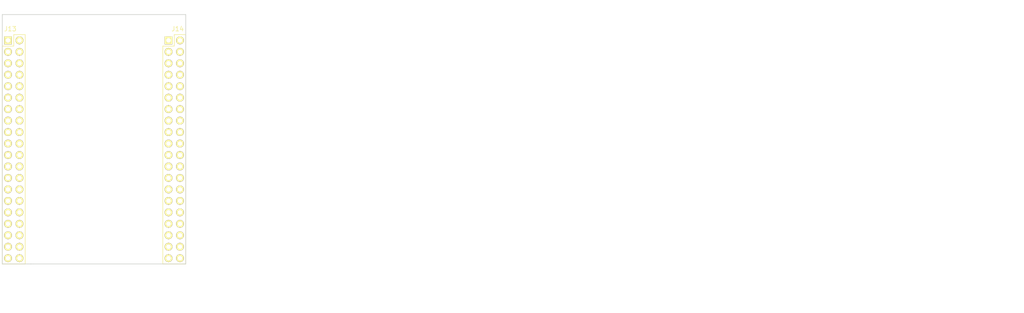
<source format=kicad_pcb>
(kicad_pcb (version 4) (host pcbnew 4.0.7-e2-6376~58~ubuntu16.04.1)

  (general
    (links 10)
    (no_connects 10)
    (area 72.123 45.009999 116.339001 101.129001)
    (thickness 1.6)
    (drawings 6)
    (tracks 0)
    (zones 0)
    (modules 2)
    (nets 4)
  )

  (page USLetter)
  (title_block
    (title "Project Title")
    (date 2017-08-14)
    (rev v1.0)
    (company "Released under the CERN Open Hardware License v1.2")
    (comment 1 "Based on template by Jenner at http://wickerbox.net")
  )

  (layers
    (0 F.Cu signal)
    (31 B.Cu signal)
    (34 B.Paste user)
    (35 F.Paste user)
    (36 B.SilkS user)
    (37 F.SilkS user)
    (38 B.Mask user)
    (39 F.Mask user)
    (40 Dwgs.User user)
    (44 Edge.Cuts user)
    (46 B.CrtYd user)
    (47 F.CrtYd user)
    (48 B.Fab user)
    (49 F.Fab user)
  )

  (setup
    (last_trace_width 0.254)
    (user_trace_width 0.1524)
    (user_trace_width 0.254)
    (user_trace_width 0.3302)
    (user_trace_width 0.508)
    (user_trace_width 0.762)
    (user_trace_width 1.27)
    (trace_clearance 0.254)
    (zone_clearance 0.508)
    (zone_45_only no)
    (trace_min 0.1524)
    (segment_width 0.1524)
    (edge_width 0.1524)
    (via_size 0.6858)
    (via_drill 0.3302)
    (via_min_size 0.6858)
    (via_min_drill 0.3302)
    (user_via 0.6858 0.3302)
    (user_via 0.762 0.4064)
    (user_via 0.8636 0.508)
    (uvia_size 0.6858)
    (uvia_drill 0.3302)
    (uvias_allowed no)
    (uvia_min_size 0)
    (uvia_min_drill 0)
    (pcb_text_width 0.1524)
    (pcb_text_size 1.016 1.016)
    (mod_edge_width 0.1524)
    (mod_text_size 1.016 1.016)
    (mod_text_width 0.1524)
    (pad_size 1.524 1.524)
    (pad_drill 0.762)
    (pad_to_mask_clearance 0.0762)
    (solder_mask_min_width 0.1016)
    (pad_to_paste_clearance -0.0762)
    (aux_axis_origin 0 0)
    (visible_elements FFFEDF7D)
    (pcbplotparams
      (layerselection 0x310fc_80000001)
      (usegerberextensions true)
      (excludeedgelayer true)
      (linewidth 0.100000)
      (plotframeref false)
      (viasonmask false)
      (mode 1)
      (useauxorigin false)
      (hpglpennumber 1)
      (hpglpenspeed 20)
      (hpglpendiameter 15)
      (hpglpenoverlay 2)
      (psnegative false)
      (psa4output false)
      (plotreference true)
      (plotvalue true)
      (plotinvisibletext false)
      (padsonsilk false)
      (subtractmaskfromsilk false)
      (outputformat 1)
      (mirror false)
      (drillshape 0)
      (scaleselection 1)
      (outputdirectory gerbers))
  )

  (net 0 "")
  (net 1 GND)
  (net 2 +5V)
  (net 3 +3.3V)

  (net_class Default "This is the default net class."
    (clearance 0.254)
    (trace_width 0.254)
    (via_dia 0.6858)
    (via_drill 0.3302)
    (uvia_dia 0.6858)
    (uvia_drill 0.3302)
    (add_net +3.3V)
    (add_net +5V)
    (add_net GND)
  )

  (module CHIP-DIPs:DIP_Header_2x20 locked (layer F.Cu) (tedit 572ECEC8) (tstamp 572EA43B)
    (at 26.3652 51.562)
    (descr "Standard 2x20 DIP header based on KiCad Pin Header 2x20")
    (tags "pin header")
    (path /572EA21C)
    (fp_text reference J13 (at 0.508 -2.54) (layer F.SilkS)
      (effects (font (size 1.016 1.016) (thickness 0.1524)))
    )
    (fp_text value DIP-HEADER-2x20 (at -3.048 5.588 90) (layer F.Fab) hide
      (effects (font (size 1 1) (thickness 0.15)))
    )
    (fp_line (start -1.75 -1.75) (end -1.75 50.05) (layer F.CrtYd) (width 0.05))
    (fp_line (start 4.3 -1.75) (end 4.3 50.05) (layer F.CrtYd) (width 0.05))
    (fp_line (start -1.75 -1.75) (end 4.3 -1.75) (layer F.CrtYd) (width 0.05))
    (fp_line (start -1.75 50.05) (end 4.3 50.05) (layer F.CrtYd) (width 0.05))
    (fp_line (start 3.81 49.53) (end 3.81 -1.27) (layer F.SilkS) (width 0.15))
    (fp_line (start -1.27 1.27) (end -1.27 49.53) (layer F.SilkS) (width 0.15))
    (fp_line (start 3.81 49.53) (end -1.27 49.53) (layer F.SilkS) (width 0.15))
    (fp_line (start 3.81 -1.27) (end 1.27 -1.27) (layer F.SilkS) (width 0.15))
    (fp_line (start 1.27 -1.27) (end 1.27 1.27) (layer F.SilkS) (width 0.15))
    (fp_line (start 1.27 1.27) (end -1.27 1.27) (layer F.SilkS) (width 0.15))
    (pad 1 thru_hole rect (at 0 0) (size 1.7272 1.7272) (drill 1.016) (layers *.Cu *.Mask F.SilkS)
      (net 1 GND))
    (pad 2 thru_hole oval (at 2.54 0) (size 1.7272 1.7272) (drill 1.016) (layers *.Cu *.Mask F.SilkS))
    (pad 3 thru_hole oval (at 0 2.54) (size 1.7272 1.7272) (drill 1.016) (layers *.Cu *.Mask F.SilkS)
      (net 2 +5V))
    (pad 4 thru_hole oval (at 2.54 2.54) (size 1.7272 1.7272) (drill 1.016) (layers *.Cu *.Mask F.SilkS)
      (net 1 GND))
    (pad 5 thru_hole oval (at 0 5.08) (size 1.7272 1.7272) (drill 1.016) (layers *.Cu *.Mask F.SilkS)
      (net 3 +3.3V))
    (pad 6 thru_hole oval (at 2.54 5.08) (size 1.7272 1.7272) (drill 1.016) (layers *.Cu *.Mask F.SilkS))
    (pad 7 thru_hole oval (at 0 7.62) (size 1.7272 1.7272) (drill 1.016) (layers *.Cu *.Mask F.SilkS))
    (pad 8 thru_hole oval (at 2.54 7.62) (size 1.7272 1.7272) (drill 1.016) (layers *.Cu *.Mask F.SilkS))
    (pad 9 thru_hole oval (at 0 10.16) (size 1.7272 1.7272) (drill 1.016) (layers *.Cu *.Mask F.SilkS))
    (pad 10 thru_hole oval (at 2.54 10.16) (size 1.7272 1.7272) (drill 1.016) (layers *.Cu *.Mask F.SilkS))
    (pad 11 thru_hole oval (at 0 12.7) (size 1.7272 1.7272) (drill 1.016) (layers *.Cu *.Mask F.SilkS))
    (pad 12 thru_hole oval (at 2.54 12.7) (size 1.7272 1.7272) (drill 1.016) (layers *.Cu *.Mask F.SilkS)
      (net 1 GND))
    (pad 13 thru_hole oval (at 0 15.24) (size 1.7272 1.7272) (drill 1.016) (layers *.Cu *.Mask F.SilkS))
    (pad 14 thru_hole oval (at 2.54 15.24) (size 1.7272 1.7272) (drill 1.016) (layers *.Cu *.Mask F.SilkS))
    (pad 15 thru_hole oval (at 0 17.78) (size 1.7272 1.7272) (drill 1.016) (layers *.Cu *.Mask F.SilkS))
    (pad 16 thru_hole oval (at 2.54 17.78) (size 1.7272 1.7272) (drill 1.016) (layers *.Cu *.Mask F.SilkS))
    (pad 17 thru_hole oval (at 0 20.32) (size 1.7272 1.7272) (drill 1.016) (layers *.Cu *.Mask F.SilkS))
    (pad 18 thru_hole oval (at 2.54 20.32) (size 1.7272 1.7272) (drill 1.016) (layers *.Cu *.Mask F.SilkS))
    (pad 19 thru_hole oval (at 0 22.86) (size 1.7272 1.7272) (drill 1.016) (layers *.Cu *.Mask F.SilkS))
    (pad 20 thru_hole oval (at 2.54 22.86) (size 1.7272 1.7272) (drill 1.016) (layers *.Cu *.Mask F.SilkS))
    (pad 21 thru_hole oval (at 0 25.4) (size 1.7272 1.7272) (drill 1.016) (layers *.Cu *.Mask F.SilkS))
    (pad 22 thru_hole oval (at 2.54 25.4) (size 1.7272 1.7272) (drill 1.016) (layers *.Cu *.Mask F.SilkS))
    (pad 23 thru_hole oval (at 0 27.94) (size 1.7272 1.7272) (drill 1.016) (layers *.Cu *.Mask F.SilkS))
    (pad 24 thru_hole oval (at 2.54 27.94) (size 1.7272 1.7272) (drill 1.016) (layers *.Cu *.Mask F.SilkS))
    (pad 25 thru_hole oval (at 0 30.48) (size 1.7272 1.7272) (drill 1.016) (layers *.Cu *.Mask F.SilkS))
    (pad 26 thru_hole oval (at 2.54 30.48) (size 1.7272 1.7272) (drill 1.016) (layers *.Cu *.Mask F.SilkS))
    (pad 27 thru_hole oval (at 0 33.02) (size 1.7272 1.7272) (drill 1.016) (layers *.Cu *.Mask F.SilkS))
    (pad 28 thru_hole oval (at 2.54 33.02) (size 1.7272 1.7272) (drill 1.016) (layers *.Cu *.Mask F.SilkS))
    (pad 29 thru_hole oval (at 0 35.56) (size 1.7272 1.7272) (drill 1.016) (layers *.Cu *.Mask F.SilkS))
    (pad 30 thru_hole oval (at 2.54 35.56) (size 1.7272 1.7272) (drill 1.016) (layers *.Cu *.Mask F.SilkS))
    (pad 31 thru_hole oval (at 0 38.1) (size 1.7272 1.7272) (drill 1.016) (layers *.Cu *.Mask F.SilkS))
    (pad 32 thru_hole oval (at 2.54 38.1) (size 1.7272 1.7272) (drill 1.016) (layers *.Cu *.Mask F.SilkS))
    (pad 33 thru_hole oval (at 0 40.64) (size 1.7272 1.7272) (drill 1.016) (layers *.Cu *.Mask F.SilkS))
    (pad 34 thru_hole oval (at 2.54 40.64) (size 1.7272 1.7272) (drill 1.016) (layers *.Cu *.Mask F.SilkS))
    (pad 35 thru_hole oval (at 0 43.18) (size 1.7272 1.7272) (drill 1.016) (layers *.Cu *.Mask F.SilkS))
    (pad 36 thru_hole oval (at 2.54 43.18) (size 1.7272 1.7272) (drill 1.016) (layers *.Cu *.Mask F.SilkS))
    (pad 37 thru_hole oval (at 0 45.72) (size 1.7272 1.7272) (drill 1.016) (layers *.Cu *.Mask F.SilkS))
    (pad 38 thru_hole oval (at 2.54 45.72) (size 1.7272 1.7272) (drill 1.016) (layers *.Cu *.Mask F.SilkS))
    (pad 39 thru_hole oval (at 0 48.26) (size 1.7272 1.7272) (drill 1.016) (layers *.Cu *.Mask F.SilkS)
      (net 1 GND))
    (pad 40 thru_hole oval (at 2.54 48.26) (size 1.7272 1.7272) (drill 1.016) (layers *.Cu *.Mask F.SilkS))
    (model Pin_Headers.3dshapes/Pin_Header_Straight_2x20.wrl
      (at (xyz 0.05 -0.95 0))
      (scale (xyz 1 1 1))
      (rotate (xyz 0 0 90))
    )
  )

  (module CHIP-DIPs:DIP_Header_2x20 locked (layer F.Cu) (tedit 572ECEC1) (tstamp 572EA467)
    (at 61.9252 51.562)
    (descr "Standard 2x20 DIP header based on KiCad Pin Header 2x20")
    (tags "pin header")
    (path /572EA292)
    (fp_text reference J14 (at 2.032 -2.54) (layer F.SilkS)
      (effects (font (size 1.016 1.016) (thickness 0.1524)))
    )
    (fp_text value DIP-HEADER-2x20 (at -3.048 5.588 90) (layer F.Fab) hide
      (effects (font (size 1 1) (thickness 0.15)))
    )
    (fp_line (start -1.75 -1.75) (end -1.75 50.05) (layer F.CrtYd) (width 0.05))
    (fp_line (start 4.3 -1.75) (end 4.3 50.05) (layer F.CrtYd) (width 0.05))
    (fp_line (start -1.75 -1.75) (end 4.3 -1.75) (layer F.CrtYd) (width 0.05))
    (fp_line (start -1.75 50.05) (end 4.3 50.05) (layer F.CrtYd) (width 0.05))
    (fp_line (start 3.81 49.53) (end 3.81 -1.27) (layer F.SilkS) (width 0.15))
    (fp_line (start -1.27 1.27) (end -1.27 49.53) (layer F.SilkS) (width 0.15))
    (fp_line (start 3.81 49.53) (end -1.27 49.53) (layer F.SilkS) (width 0.15))
    (fp_line (start 3.81 -1.27) (end 1.27 -1.27) (layer F.SilkS) (width 0.15))
    (fp_line (start 1.27 -1.27) (end 1.27 1.27) (layer F.SilkS) (width 0.15))
    (fp_line (start 1.27 1.27) (end -1.27 1.27) (layer F.SilkS) (width 0.15))
    (pad 1 thru_hole rect (at 0 0) (size 1.7272 1.7272) (drill 1.016) (layers *.Cu *.Mask F.SilkS)
      (net 1 GND))
    (pad 2 thru_hole oval (at 2.54 0) (size 1.7272 1.7272) (drill 1.016) (layers *.Cu *.Mask F.SilkS)
      (net 2 +5V))
    (pad 3 thru_hole oval (at 0 2.54) (size 1.7272 1.7272) (drill 1.016) (layers *.Cu *.Mask F.SilkS))
    (pad 4 thru_hole oval (at 2.54 2.54) (size 1.7272 1.7272) (drill 1.016) (layers *.Cu *.Mask F.SilkS))
    (pad 5 thru_hole oval (at 0 5.08) (size 1.7272 1.7272) (drill 1.016) (layers *.Cu *.Mask F.SilkS))
    (pad 6 thru_hole oval (at 2.54 5.08) (size 1.7272 1.7272) (drill 1.016) (layers *.Cu *.Mask F.SilkS))
    (pad 7 thru_hole oval (at 0 7.62) (size 1.7272 1.7272) (drill 1.016) (layers *.Cu *.Mask F.SilkS))
    (pad 8 thru_hole oval (at 2.54 7.62) (size 1.7272 1.7272) (drill 1.016) (layers *.Cu *.Mask F.SilkS))
    (pad 9 thru_hole oval (at 0 10.16) (size 1.7272 1.7272) (drill 1.016) (layers *.Cu *.Mask F.SilkS)
      (net 3 +3.3V))
    (pad 10 thru_hole oval (at 2.54 10.16) (size 1.7272 1.7272) (drill 1.016) (layers *.Cu *.Mask F.SilkS))
    (pad 11 thru_hole oval (at 0 12.7) (size 1.7272 1.7272) (drill 1.016) (layers *.Cu *.Mask F.SilkS))
    (pad 12 thru_hole oval (at 2.54 12.7) (size 1.7272 1.7272) (drill 1.016) (layers *.Cu *.Mask F.SilkS))
    (pad 13 thru_hole oval (at 0 15.24) (size 1.7272 1.7272) (drill 1.016) (layers *.Cu *.Mask F.SilkS))
    (pad 14 thru_hole oval (at 2.54 15.24) (size 1.7272 1.7272) (drill 1.016) (layers *.Cu *.Mask F.SilkS))
    (pad 15 thru_hole oval (at 0 17.78) (size 1.7272 1.7272) (drill 1.016) (layers *.Cu *.Mask F.SilkS))
    (pad 16 thru_hole oval (at 2.54 17.78) (size 1.7272 1.7272) (drill 1.016) (layers *.Cu *.Mask F.SilkS))
    (pad 17 thru_hole oval (at 0 20.32) (size 1.7272 1.7272) (drill 1.016) (layers *.Cu *.Mask F.SilkS))
    (pad 18 thru_hole oval (at 2.54 20.32) (size 1.7272 1.7272) (drill 1.016) (layers *.Cu *.Mask F.SilkS))
    (pad 19 thru_hole oval (at 0 22.86) (size 1.7272 1.7272) (drill 1.016) (layers *.Cu *.Mask F.SilkS))
    (pad 20 thru_hole oval (at 2.54 22.86) (size 1.7272 1.7272) (drill 1.016) (layers *.Cu *.Mask F.SilkS))
    (pad 21 thru_hole oval (at 0 25.4) (size 1.7272 1.7272) (drill 1.016) (layers *.Cu *.Mask F.SilkS)
      (net 1 GND))
    (pad 22 thru_hole oval (at 2.54 25.4) (size 1.7272 1.7272) (drill 1.016) (layers *.Cu *.Mask F.SilkS)
      (net 1 GND))
    (pad 23 thru_hole oval (at 0 27.94) (size 1.7272 1.7272) (drill 1.016) (layers *.Cu *.Mask F.SilkS))
    (pad 24 thru_hole oval (at 2.54 27.94) (size 1.7272 1.7272) (drill 1.016) (layers *.Cu *.Mask F.SilkS))
    (pad 25 thru_hole oval (at 0 30.48) (size 1.7272 1.7272) (drill 1.016) (layers *.Cu *.Mask F.SilkS))
    (pad 26 thru_hole oval (at 2.54 30.48) (size 1.7272 1.7272) (drill 1.016) (layers *.Cu *.Mask F.SilkS))
    (pad 27 thru_hole oval (at 0 33.02) (size 1.7272 1.7272) (drill 1.016) (layers *.Cu *.Mask F.SilkS))
    (pad 28 thru_hole oval (at 2.54 33.02) (size 1.7272 1.7272) (drill 1.016) (layers *.Cu *.Mask F.SilkS))
    (pad 29 thru_hole oval (at 0 35.56) (size 1.7272 1.7272) (drill 1.016) (layers *.Cu *.Mask F.SilkS))
    (pad 30 thru_hole oval (at 2.54 35.56) (size 1.7272 1.7272) (drill 1.016) (layers *.Cu *.Mask F.SilkS))
    (pad 31 thru_hole oval (at 0 38.1) (size 1.7272 1.7272) (drill 1.016) (layers *.Cu *.Mask F.SilkS))
    (pad 32 thru_hole oval (at 2.54 38.1) (size 1.7272 1.7272) (drill 1.016) (layers *.Cu *.Mask F.SilkS))
    (pad 33 thru_hole oval (at 0 40.64) (size 1.7272 1.7272) (drill 1.016) (layers *.Cu *.Mask F.SilkS))
    (pad 34 thru_hole oval (at 2.54 40.64) (size 1.7272 1.7272) (drill 1.016) (layers *.Cu *.Mask F.SilkS))
    (pad 35 thru_hole oval (at 0 43.18) (size 1.7272 1.7272) (drill 1.016) (layers *.Cu *.Mask F.SilkS))
    (pad 36 thru_hole oval (at 2.54 43.18) (size 1.7272 1.7272) (drill 1.016) (layers *.Cu *.Mask F.SilkS))
    (pad 37 thru_hole oval (at 0 45.72) (size 1.7272 1.7272) (drill 1.016) (layers *.Cu *.Mask F.SilkS))
    (pad 38 thru_hole oval (at 2.54 45.72) (size 1.7272 1.7272) (drill 1.016) (layers *.Cu *.Mask F.SilkS))
    (pad 39 thru_hole oval (at 0 48.26) (size 1.7272 1.7272) (drill 1.016) (layers *.Cu *.Mask F.SilkS)
      (net 1 GND))
    (pad 40 thru_hole oval (at 2.54 48.26) (size 1.7272 1.7272) (drill 1.016) (layers *.Cu *.Mask F.SilkS)
      (net 1 GND))
    (model Pin_Headers.3dshapes/Pin_Header_Straight_2x20.wrl
      (at (xyz 0.05 -0.95 0))
      (scale (xyz 1 1 1))
      (rotate (xyz 0 0 90))
    )
  )

  (gr_text "FABRICATION NOTES\n\n1. THIS IS A 2 LAYER BOARD. \n2. EXTERNAL LAYERS SHALL HAVE 1 OZ COPPER.\n3. MATERIAL: FR4 AND 0.062 INCH +/- 10% THICK.\n4. BOARDS SHALL BE ROHS COMPLIANT. \n5. MANUFACTURE IN ACCORDANCE WITH IPC-6012 CLASS 2\n6. MASK: BOTH SIDES OF THE BOARD SHALL HAVE \n   SOLDER MASK (ANY COLOR) OVER BARE COPPER. \n7. SILK: BOTH SIDES OF THE BOARD SHALL HAVE \n   WHITE SILKSCREEN. DO NOT PLACE SILK OVER BARE COPPER.\n8. FINISH: ENIG.\n9. MINIMUM TRACE WIDTH - 0.006 INCH.\n   MINIMUM SPACE - 0.006 INCH.\n   MINIMUM HOLE DIA - 0.013 INCH. \n10. MAX HOLE PLACEMENT TOLERANCE OF +/- 0.003 INCH.\n11. MAX HOLE DIAMETER TOLERANCE OF +/- 0.003 INCH AFTER PLATING." (at 108.3564 77.2668) (layer Dwgs.User)
    (effects (font (size 2.54 2.54) (thickness 0.254)) (justify left))
  )
  (gr_line (start 25.0952 45.847) (end 65.7352 45.847) (layer Edge.Cuts) (width 0.15))
  (gr_line (start 65.7352 45.847) (end 65.7352 101.092) (layer Edge.Cuts) (width 0.15) (tstamp 572EA76B))
  (gr_line (start 31.4452 101.092) (end 65.7352 101.092) (layer Edge.Cuts) (width 0.15))
  (gr_line (start 25.0952 101.092) (end 31.4452 101.092) (layer Edge.Cuts) (width 0.15))
  (gr_line (start 25.0952 45.847) (end 25.0952 101.092) (layer Edge.Cuts) (width 0.15))

)

</source>
